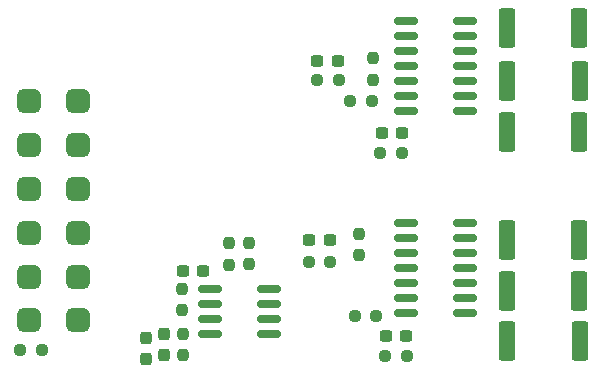
<source format=gbp>
G04 #@! TF.GenerationSoftware,KiCad,Pcbnew,6.99.0-unknown-455e330f3b~148~ubuntu20.04.1*
G04 #@! TF.CreationDate,2022-04-21T17:09:55+05:30*
G04 #@! TF.ProjectId,aptx_headset,61707478-5f68-4656-9164-7365742e6b69,rev?*
G04 #@! TF.SameCoordinates,Original*
G04 #@! TF.FileFunction,Paste,Bot*
G04 #@! TF.FilePolarity,Positive*
%FSLAX46Y46*%
G04 Gerber Fmt 4.6, Leading zero omitted, Abs format (unit mm)*
G04 Created by KiCad (PCBNEW 6.99.0-unknown-455e330f3b~148~ubuntu20.04.1) date 2022-04-21 17:09:55*
%MOMM*%
%LPD*%
G01*
G04 APERTURE LIST*
G04 Aperture macros list*
%AMRoundRect*
0 Rectangle with rounded corners*
0 $1 Rounding radius*
0 $2 $3 $4 $5 $6 $7 $8 $9 X,Y pos of 4 corners*
0 Add a 4 corners polygon primitive as box body*
4,1,4,$2,$3,$4,$5,$6,$7,$8,$9,$2,$3,0*
0 Add four circle primitives for the rounded corners*
1,1,$1+$1,$2,$3*
1,1,$1+$1,$4,$5*
1,1,$1+$1,$6,$7*
1,1,$1+$1,$8,$9*
0 Add four rect primitives between the rounded corners*
20,1,$1+$1,$2,$3,$4,$5,0*
20,1,$1+$1,$4,$5,$6,$7,0*
20,1,$1+$1,$6,$7,$8,$9,0*
20,1,$1+$1,$8,$9,$2,$3,0*%
G04 Aperture macros list end*
%ADD10RoundRect,0.150000X0.825000X0.150000X-0.825000X0.150000X-0.825000X-0.150000X0.825000X-0.150000X0*%
%ADD11RoundRect,0.237500X-0.300000X-0.237500X0.300000X-0.237500X0.300000X0.237500X-0.300000X0.237500X0*%
%ADD12RoundRect,0.237500X-0.250000X-0.237500X0.250000X-0.237500X0.250000X0.237500X-0.250000X0.237500X0*%
%ADD13RoundRect,0.500000X-0.500000X-0.500000X0.500000X-0.500000X0.500000X0.500000X-0.500000X0.500000X0*%
%ADD14RoundRect,0.237500X-0.237500X0.250000X-0.237500X-0.250000X0.237500X-0.250000X0.237500X0.250000X0*%
%ADD15RoundRect,0.150000X-0.825000X-0.150000X0.825000X-0.150000X0.825000X0.150000X-0.825000X0.150000X0*%
%ADD16RoundRect,0.249999X-0.450001X-1.425001X0.450001X-1.425001X0.450001X1.425001X-0.450001X1.425001X0*%
%ADD17RoundRect,0.237500X0.237500X-0.300000X0.237500X0.300000X-0.237500X0.300000X-0.237500X-0.300000X0*%
%ADD18RoundRect,0.237500X0.237500X-0.250000X0.237500X0.250000X-0.237500X0.250000X-0.237500X-0.250000X0*%
%ADD19RoundRect,0.237500X-0.237500X0.300000X-0.237500X-0.300000X0.237500X-0.300000X0.237500X0.300000X0*%
%ADD20RoundRect,0.237500X0.250000X0.237500X-0.250000X0.237500X-0.250000X-0.237500X0.250000X-0.237500X0*%
G04 APERTURE END LIST*
D10*
X107875000Y-93795000D03*
X107875000Y-95065000D03*
X107875000Y-96335000D03*
X107875000Y-97605000D03*
X102925000Y-97605000D03*
X102925000Y-96335000D03*
X102925000Y-95065000D03*
X102925000Y-93795000D03*
D11*
X117787500Y-97750000D03*
X119512500Y-97750000D03*
D12*
X111287500Y-91500000D03*
X113112500Y-91500000D03*
D13*
X87550000Y-77850000D03*
X91750000Y-77850000D03*
X87550000Y-89000000D03*
X91750000Y-89000000D03*
X87550000Y-96400000D03*
X91750000Y-96400000D03*
D11*
X100587500Y-92250000D03*
X102312500Y-92250000D03*
D13*
X87550000Y-85300000D03*
X91750000Y-85300000D03*
D14*
X100550000Y-93737500D03*
X100550000Y-95562500D03*
D15*
X119525000Y-78710000D03*
X119525000Y-77440000D03*
X119525000Y-76170000D03*
X119525000Y-74900000D03*
X119525000Y-73630000D03*
X119525000Y-72360000D03*
X119525000Y-71090000D03*
X124475000Y-71090000D03*
X124475000Y-72360000D03*
X124475000Y-73630000D03*
X124475000Y-74900000D03*
X124475000Y-76170000D03*
X124475000Y-77440000D03*
X124475000Y-78710000D03*
D11*
X117475000Y-80550000D03*
X119200000Y-80550000D03*
D16*
X128050000Y-80450000D03*
X134150000Y-80450000D03*
X128050000Y-89600000D03*
X134150000Y-89600000D03*
D13*
X87550000Y-92750000D03*
X91750000Y-92750000D03*
D15*
X119525000Y-95810000D03*
X119525000Y-94540000D03*
X119525000Y-93270000D03*
X119525000Y-92000000D03*
X119525000Y-90730000D03*
X119525000Y-89460000D03*
X119525000Y-88190000D03*
X124475000Y-88190000D03*
X124475000Y-89460000D03*
X124475000Y-90730000D03*
X124475000Y-92000000D03*
X124475000Y-93270000D03*
X124475000Y-94540000D03*
X124475000Y-95810000D03*
D13*
X87550000Y-81550000D03*
X91750000Y-81550000D03*
D16*
X128100000Y-76150000D03*
X134200000Y-76150000D03*
D12*
X117737500Y-99400000D03*
X119562500Y-99400000D03*
D14*
X115550000Y-89087500D03*
X115550000Y-90912500D03*
D12*
X117337500Y-82250000D03*
X119162500Y-82250000D03*
D17*
X97500000Y-99662500D03*
X97500000Y-97937500D03*
D14*
X116700000Y-74237500D03*
X116700000Y-76062500D03*
D11*
X111987500Y-74450000D03*
X113712500Y-74450000D03*
D16*
X128050000Y-71700000D03*
X134150000Y-71700000D03*
D12*
X111987500Y-76100000D03*
X113812500Y-76100000D03*
X114787500Y-77850000D03*
X116612500Y-77850000D03*
D18*
X106200000Y-91662500D03*
X106200000Y-89837500D03*
X104500000Y-91712500D03*
X104500000Y-89887500D03*
D16*
X128050000Y-93900000D03*
X134150000Y-93900000D03*
D12*
X115187500Y-96050000D03*
X117012500Y-96050000D03*
D19*
X99050000Y-97587500D03*
X99050000Y-99312500D03*
D14*
X100600000Y-97537500D03*
X100600000Y-99362500D03*
D20*
X88662500Y-98950000D03*
X86837500Y-98950000D03*
D16*
X128100000Y-98150000D03*
X134200000Y-98150000D03*
D11*
X111337500Y-89650000D03*
X113062500Y-89650000D03*
M02*

</source>
